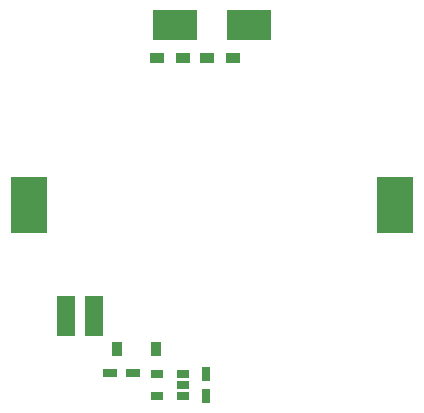
<source format=gbp>
G04 #@! TF.GenerationSoftware,KiCad,Pcbnew,no-vcs-found-7500~57~ubuntu16.04.1*
G04 #@! TF.CreationDate,2017-01-23T15:50:57+02:00*
G04 #@! TF.ProjectId,temperature_humidity,74656D70657261747572655F68756D69,rev?*
G04 #@! TF.FileFunction,Paste,Bot*
G04 #@! TF.FilePolarity,Positive*
%FSLAX46Y46*%
G04 Gerber Fmt 4.6, Leading zero omitted, Abs format (unit mm)*
G04 Created by KiCad (PCBNEW no-vcs-found-7500~57~ubuntu16.04.1) date Mon Jan 23 15:50:57 2017*
%MOMM*%
%LPD*%
G01*
G04 APERTURE LIST*
%ADD10C,0.100000*%
%ADD11R,3.149600X4.775200*%
%ADD12R,1.200000X0.750000*%
%ADD13R,3.750000X2.500000*%
%ADD14R,0.750000X1.200000*%
%ADD15R,0.900000X1.200000*%
%ADD16R,1.600000X3.400000*%
%ADD17R,1.060000X0.650000*%
%ADD18R,1.200000X0.900000*%
G04 APERTURE END LIST*
D10*
D11*
X132384800Y-86868000D03*
X101346000Y-86868000D03*
D12*
X108270000Y-101092000D03*
X110170000Y-101092000D03*
D13*
X119965000Y-71628000D03*
X113715000Y-71628000D03*
D14*
X116332000Y-101158000D03*
X116332000Y-103058000D03*
D15*
X108840000Y-99060000D03*
X112140000Y-99060000D03*
D16*
X106864000Y-96266000D03*
X104464000Y-96266000D03*
D17*
X112184000Y-101158000D03*
X112184000Y-103058000D03*
X114384000Y-103058000D03*
X114384000Y-102108000D03*
X114384000Y-101158000D03*
D18*
X112184000Y-74422000D03*
X114384000Y-74422000D03*
X116418000Y-74422000D03*
X118618000Y-74422000D03*
M02*

</source>
